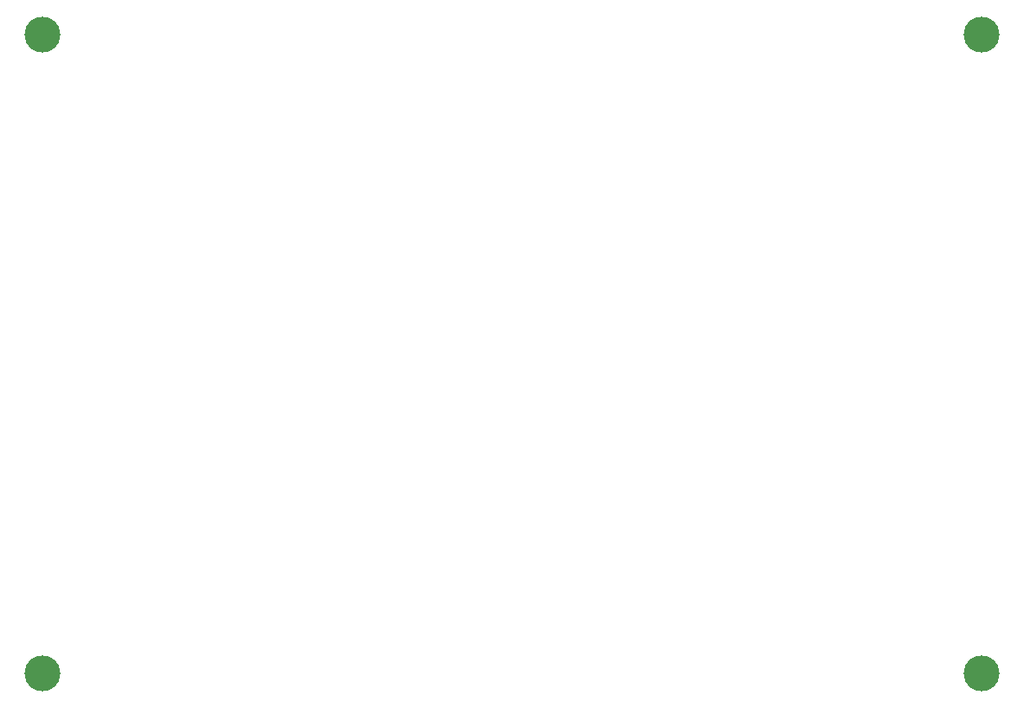
<source format=gtl>
%TF.GenerationSoftware,KiCad,Pcbnew,(5.1.8)-1*%
%TF.CreationDate,2021-03-08T20:28:16+01:00*%
%TF.ProjectId,C64 BlinkenDiag Faceplate,43363420-426c-4696-9e6b-656e44696167,rev?*%
%TF.SameCoordinates,Original*%
%TF.FileFunction,Copper,L1,Top*%
%TF.FilePolarity,Positive*%
%FSLAX46Y46*%
G04 Gerber Fmt 4.6, Leading zero omitted, Abs format (unit mm)*
G04 Created by KiCad (PCBNEW (5.1.8)-1) date 2021-03-08 20:28:16*
%MOMM*%
%LPD*%
G01*
G04 APERTURE LIST*
%TA.AperFunction,ComponentPad*%
%ADD10C,3.500000*%
%TD*%
G04 APERTURE END LIST*
D10*
%TO.P,M1,1*%
%TO.N,Net-(M1-Pad1)*%
X124079000Y-86995000D03*
%TD*%
%TO.P,M2,1*%
%TO.N,Net-(M1-Pad1)*%
X215900000Y-86995000D03*
%TD*%
%TO.P,M3,1*%
%TO.N,Net-(M1-Pad1)*%
X215900000Y-24511000D03*
%TD*%
%TO.P,M4,1*%
%TO.N,Net-(M1-Pad1)*%
X124079000Y-24511000D03*
%TD*%
M02*

</source>
